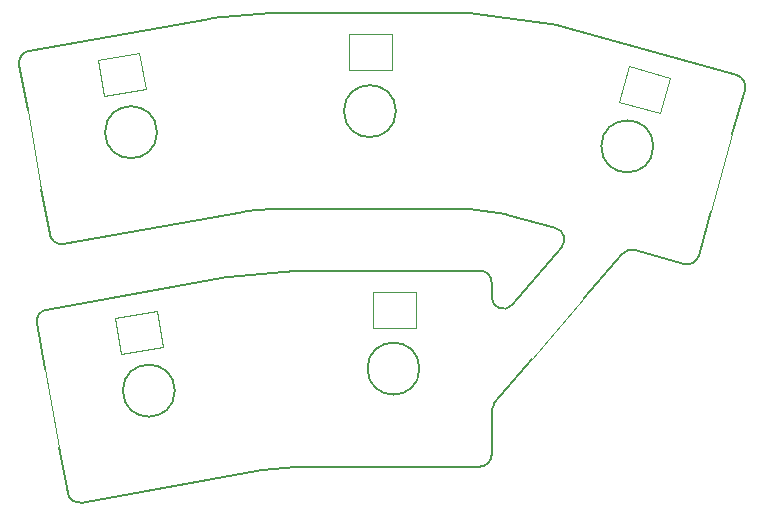
<source format=gbr>
%TF.GenerationSoftware,KiCad,Pcbnew,(6.99.0-4085-g6c752680d7)*%
%TF.CreationDate,2022-11-14T17:07:19+08:00*%
%TF.ProjectId,flex,666c6578-2e6b-4696-9361-645f70636258,rev?*%
%TF.SameCoordinates,Original*%
%TF.FileFunction,Profile,NP*%
%FSLAX46Y46*%
G04 Gerber Fmt 4.6, Leading zero omitted, Abs format (unit mm)*
G04 Created by KiCad (PCBNEW (6.99.0-4085-g6c752680d7)) date 2022-11-14 17:07:19*
%MOMM*%
%LPD*%
G01*
G04 APERTURE LIST*
%TA.AperFunction,Profile*%
%ADD10C,0.050000*%
%TD*%
%TA.AperFunction,Profile*%
%ADD11C,0.200000*%
%TD*%
%TA.AperFunction,Profile*%
%ADD12C,0.120000*%
%TD*%
G04 APERTURE END LIST*
D10*
X65277459Y-97338080D02*
X66484376Y-103979302D01*
X106528859Y-96488795D02*
X110918989Y-91361498D01*
X121646290Y-83975997D02*
X123461483Y-77474654D01*
X63778755Y-75427305D02*
X64962478Y-82072706D01*
D11*
X124517080Y-73694260D02*
G75*
G03*
X123822766Y-72462164I-963310J268832D01*
G01*
X84419257Y-83811438D02*
X82212840Y-84006413D01*
X106528859Y-96488795D02*
X103303597Y-100255609D01*
X103063096Y-91253134D02*
G75*
G03*
X104822779Y-91903523I1000074J105D01*
G01*
X115172764Y-87281925D02*
G75*
G03*
X114144263Y-87594696I-268894J-963203D01*
G01*
X86508164Y-89007553D02*
X102063196Y-89007554D01*
X94963187Y-75507559D02*
G75*
G03*
X94963187Y-75507559I-2199989J0D01*
G01*
X65380735Y-92313597D02*
G75*
G03*
X64575672Y-93476340I178736J-983831D01*
G01*
X119358691Y-88450657D02*
G75*
G03*
X120590770Y-87756410I268879J963229D01*
G01*
X86418400Y-105611585D02*
X83742262Y-105852784D01*
X108502342Y-85419510D02*
X104399021Y-84273847D01*
X79301755Y-67663657D02*
X84419271Y-67211437D01*
X80774141Y-89520295D02*
X86418400Y-89011591D01*
X83653214Y-105864857D02*
X68348859Y-108646142D01*
X80774141Y-89520295D02*
G75*
G03*
X80685095Y-89532374I89729J-995734D01*
G01*
X108863093Y-68285346D02*
X123822766Y-72462164D01*
X103063186Y-90007552D02*
X103063185Y-91253134D01*
X121646290Y-83975997D02*
X120590774Y-87756411D01*
X116759639Y-78493294D02*
G75*
G03*
X116759639Y-78493294I-2199997J0D01*
G01*
X104822779Y-91903523D02*
X108993017Y-87033067D01*
X63899577Y-70403263D02*
X79214414Y-67675277D01*
X108992945Y-87033005D02*
G75*
G03*
X108502342Y-85419511I-759574J650376D01*
G01*
X104265821Y-84246245D02*
X101130740Y-83816797D01*
X63778755Y-75427305D02*
X63090428Y-71563136D01*
X103063192Y-100905998D02*
X103063180Y-104607546D01*
X79301755Y-67663658D02*
G75*
G03*
X79214411Y-67675275I88515J-999670D01*
G01*
X65380744Y-92313644D02*
X80685095Y-89532373D01*
X103063244Y-90007552D02*
G75*
G03*
X102063196Y-89007554I-999974J24D01*
G01*
X84507295Y-67207549D02*
X100995027Y-67207560D01*
X82125491Y-84018025D02*
X66810653Y-86746003D01*
X108863093Y-68285346D02*
G75*
G03*
X108729890Y-68257759I-269123J-964082D01*
G01*
X65650793Y-85936869D02*
X64962478Y-82072706D01*
X101130732Y-67216809D02*
G75*
G03*
X100995032Y-67207556I-135661J-989819D01*
G01*
X67186164Y-107841057D02*
X66484376Y-103979302D01*
X86508164Y-89007558D02*
G75*
G03*
X86418400Y-89011592I-93J-998771D01*
G01*
X63899583Y-70403298D02*
G75*
G03*
X63090426Y-71563135I175387J-984530D01*
G01*
X86508176Y-105607552D02*
G75*
G03*
X86418400Y-105611588I-106J-998076D01*
G01*
X119358690Y-88450661D02*
X115172764Y-87281924D01*
X67186130Y-107841063D02*
G75*
G03*
X68348859Y-108646142I983841J178734D01*
G01*
X100995017Y-83807558D02*
X84507277Y-83807557D01*
X124517013Y-73694241D02*
X123461483Y-77474654D01*
X102063178Y-105607554D02*
X86508176Y-105607551D01*
X84507277Y-83807557D02*
G75*
G03*
X84419261Y-83811435I-207J-996172D01*
G01*
X74741997Y-77294463D02*
G75*
G03*
X74741997Y-77294463I-2200003J0D01*
G01*
X104399021Y-84273849D02*
G75*
G03*
X104265821Y-84246246I-268251J-959280D01*
G01*
X83742262Y-105852784D02*
G75*
G03*
X83653214Y-105864857I89409J-993845D01*
G01*
X114144264Y-87594697D02*
X110918989Y-91361498D01*
X101130732Y-67216812D02*
X108729890Y-68257759D01*
X65277459Y-97338080D02*
X64575671Y-93476340D01*
X84507295Y-67207548D02*
G75*
G03*
X84419271Y-67211437I175J-1001981D01*
G01*
X65650823Y-85936864D02*
G75*
G03*
X66810655Y-86746004I984548J175435D01*
G01*
X102063178Y-105607539D02*
G75*
G03*
X103063180Y-104607546I-8J1000010D01*
G01*
X96963194Y-97307558D02*
G75*
G03*
X96963194Y-97307558I-2200011J0D01*
G01*
X76247152Y-99174629D02*
G75*
G03*
X76247152Y-99174629I-2199999J0D01*
G01*
X82212840Y-84006414D02*
G75*
G03*
X82125491Y-84018025I87830J-995115D01*
G01*
X101130741Y-83816793D02*
G75*
G03*
X100995017Y-83807558I-135770J-993436D01*
G01*
X103303599Y-100255611D02*
G75*
G03*
X103063192Y-100905998I759372J-650317D01*
G01*
D12*
%TO.C,D4*%
X93066015Y-90802481D02*
X93066015Y-93902481D01*
X93066015Y-93902481D02*
X96666015Y-93902481D01*
X96666015Y-90802481D02*
X93066015Y-90802481D01*
X96666015Y-93902481D02*
X96666015Y-90802481D01*
%TO.C,D10*%
X94634021Y-72058481D02*
X94634021Y-68958481D01*
X94634021Y-68958481D02*
X91034021Y-68958481D01*
X91034021Y-72058481D02*
X94634021Y-72058481D01*
X91034021Y-68958481D02*
X91034021Y-72058481D01*
%TO.C,D12*%
X73789185Y-73627112D02*
X73250875Y-70574208D01*
X73250875Y-70574208D02*
X69705567Y-71199342D01*
X70243877Y-74252246D02*
X73789185Y-73627112D01*
X69705567Y-71199342D02*
X70243877Y-74252246D01*
%TO.C,D2*%
X71178766Y-93043352D02*
X71717076Y-96096256D01*
X71717076Y-96096256D02*
X75262384Y-95471122D01*
X74724074Y-92418218D02*
X71178766Y-93043352D01*
X75262384Y-95471122D02*
X74724074Y-92418218D01*
%TO.C,D7*%
X117315643Y-75685782D02*
X118170119Y-72705871D01*
X118170119Y-72705871D02*
X114709577Y-71713576D01*
X113855101Y-74693487D02*
X117315643Y-75685782D01*
X114709577Y-71713576D02*
X113855101Y-74693487D01*
%TD*%
M02*

</source>
